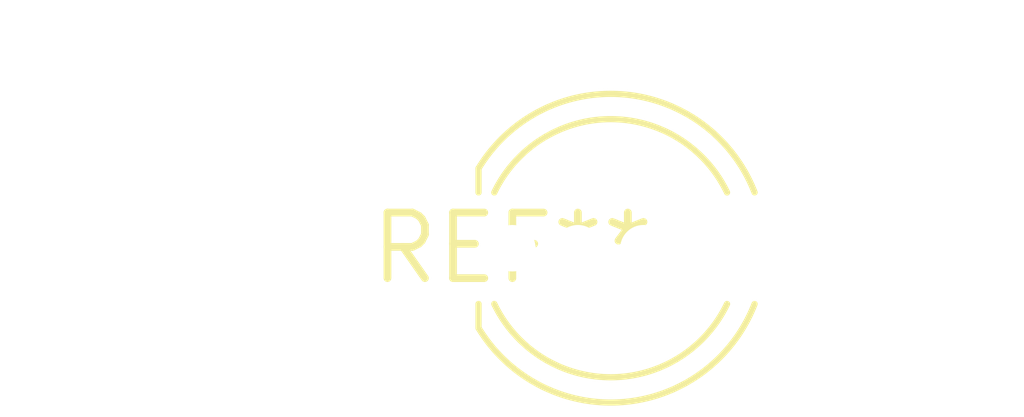
<source format=kicad_pcb>
(kicad_pcb (version 20240108) (generator pcbnew)
  (layers (0 "F.Cu" signal) (31 "B.Cu" signal) (34 "B.Paste" user) (35 "F.Paste" user) (36 "B.SilkS" user "B.Silkscreen") (37 "F.SilkS" user "F.Silkscreen") (38 "B.Mask" user) (39 "F.Mask" user) (44 "Edge.Cuts" user))
  (net 0 "")
  (footprint "LED_D5.0mm-4_RGB" (layer "F.Cu") (at 0 0)
    (property "Reference" "REF**")
    (property "Value" "LED_D5.0mm-4_RGB")
    (fp_line (start -0.655 -1.545) (end -0.655 -1.08) (layer "F.SilkS") (stroke (width 0.12)))
    (fp_line (start -0.655 1.08) (end -0.655 1.545) (layer "F.SilkS") (stroke (width 0.12)))
    (fp_arc (start -0.655 -1.54483) (mid 2.163456 -2.978809) (end 4.692815 -1.080827) (layer "F.SilkS") (stroke (width 0.12)))
    (fp_arc (start -0.349684 -1.08) (mid 1.904762 -2.5) (end 4.159479 -1.080429) (layer "F.SilkS") (stroke (width 0.12)))
    (fp_arc (start 4.159479 1.080429) (mid 1.904762 2.5) (end -0.349684 1.08) (layer "F.SilkS") (stroke (width 0.12)))
    (fp_arc (start 4.692815 1.080827) (mid 2.163456 2.978808) (end -0.655 1.54483) (layer "F.SilkS") (stroke (width 0.12)))
    (pad "1" thru_hole rect (at 0 0) (size 1.07 1.8) (drill 0.9) (layers *.Cu *.Mask) (remove_unused_layers))
    (pad "2" thru_hole oval (at 1.27 0) (size 1.07 1.8) (drill 0.9) (layers *.Cu *.Mask) (remove_unused_layers))
    (pad "3" thru_hole oval (at 2.54 0) (size 1.07 1.8) (drill 0.9) (layers *.Cu *.Mask) (remove_unused_layers))
    (pad "4" thru_hole oval (at 3.81 0) (size 1.07 1.8) (drill 0.9) (layers *.Cu *.Mask) (remove_unused_layers))
  )
)
</source>
